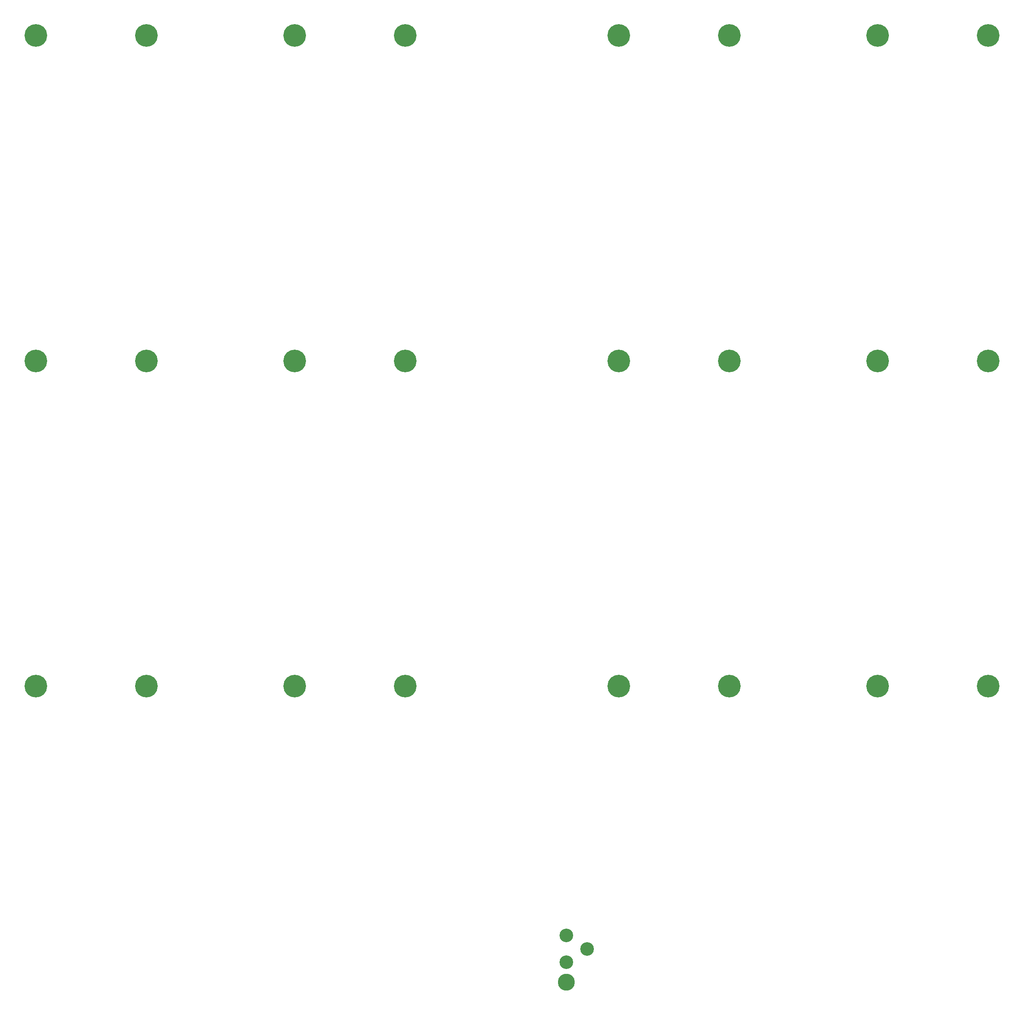
<source format=gbl>
%FSTAX24Y24*%
%MOIN*%
%SFA1B1*%

%IPPOS*%
%ADD28C,0.200000*%
%ADD29C,0.150000*%
%ADD30C,0.120000*%
%LNtoasterbigboard-1*%
%LPD*%
G54D28*
X115255Y048365D03*
X125035D03*
X102163D03*
X092383D03*
X115255Y077115D03*
X125035D03*
X102163D03*
X092383D03*
X115255Y105865D03*
X125035D03*
X102163D03*
X092383D03*
X050661Y048365D03*
X04088D03*
X063752D03*
X073533D03*
X050661Y077115D03*
X04088D03*
X063752D03*
X073533D03*
X050661Y105865D03*
X04088D03*
X063752D03*
X073533D03*
G54D29*
X087745Y02219D03*
G54D30*
X087745Y02397D03*
Y02633D03*
X089595Y02515D03*
M02*
</source>
